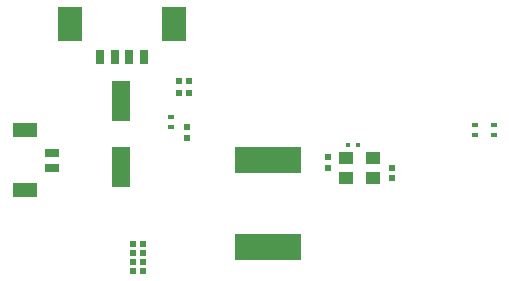
<source format=gbp>
G04*
G04 #@! TF.GenerationSoftware,Altium Limited,Altium Designer,24.1.2 (44)*
G04*
G04 Layer_Color=128*
%FSLAX44Y44*%
%MOMM*%
G71*
G04*
G04 #@! TF.SameCoordinates,564CEF90-820D-4554-998B-2DB19DA9D660*
G04*
G04*
G04 #@! TF.FilePolarity,Positive*
G04*
G01*
G75*
%ADD29R,0.5000X0.4000*%
%ADD32R,0.5000X0.5500*%
%ADD33R,0.5200X0.5200*%
%ADD34R,0.5200X0.5200*%
%ADD44R,5.6000X2.3000*%
%ADD66R,0.5725X0.6153*%
%ADD72R,0.4500X0.4500*%
%ADD130R,2.1000X3.0000*%
%ADD131R,0.8000X1.3000*%
%ADD132R,1.3000X1.0500*%
%ADD133R,2.1500X1.3000*%
%ADD134R,1.2000X0.8000*%
%ADD135R,0.6000X0.5000*%
%ADD136R,1.6000X3.5000*%
D29*
X416000Y294750D02*
D03*
Y286750D02*
D03*
X431750Y294750D02*
D03*
Y286750D02*
D03*
X158250Y301500D02*
D03*
Y293500D02*
D03*
D32*
X126000Y186500D02*
D03*
Y194000D02*
D03*
X135000Y186500D02*
D03*
Y194000D02*
D03*
D33*
X173549Y331885D02*
D03*
X165549D02*
D03*
X173762Y322005D02*
D03*
X165762D02*
D03*
D34*
X126000Y179000D02*
D03*
Y171000D02*
D03*
X135000Y179000D02*
D03*
Y171000D02*
D03*
D44*
X240500Y191250D02*
D03*
Y265250D02*
D03*
D66*
X291500Y258714D02*
D03*
Y267286D02*
D03*
X346000Y258286D02*
D03*
Y249714D02*
D03*
D72*
X316500Y278250D02*
D03*
X308500D02*
D03*
D130*
X72750Y380250D02*
D03*
X161250D02*
D03*
D131*
X98250Y352750D02*
D03*
X110750D02*
D03*
X123250D02*
D03*
X135750D02*
D03*
D132*
X329750Y249750D02*
D03*
X306750D02*
D03*
Y267250D02*
D03*
X329750D02*
D03*
D133*
X34800Y239750D02*
D03*
Y290250D02*
D03*
D134*
X57750Y271250D02*
D03*
Y258750D02*
D03*
D135*
X172500Y293500D02*
D03*
Y283500D02*
D03*
D136*
X116500Y315000D02*
D03*
Y259000D02*
D03*
M02*

</source>
